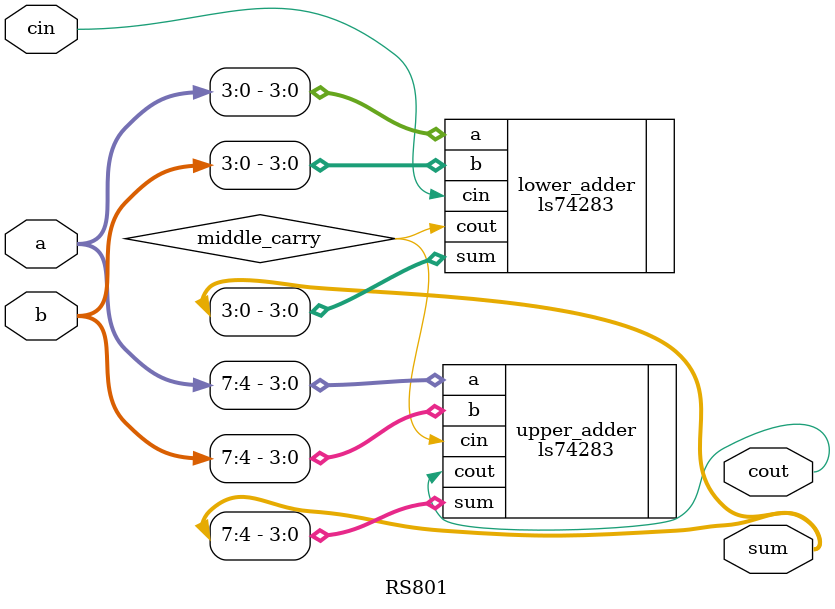
<source format=v>

module RS801 (
    input [7:0] a,
    input [7:0] b,
    input cin,
    output [7:0] sum,
    output cout
);

    wire middle_carry;

    ls74283 lower_adder (
        .a(a[3:0]),
        .b(b[3:0]),
        .cin(cin),
        .sum(sum[3:0]),
        .cout(middle_carry)
    );

    ls74283 upper_adder (
        .a(a[7:4]),
        .b(b[7:4]),
        .cin(middle_carry),
        .sum(sum[7:4]),
        .cout(cout)
    );

endmodule

</source>
